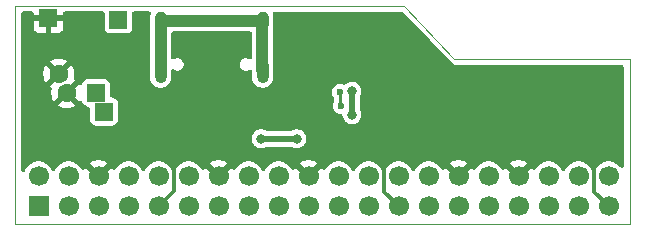
<source format=gbr>
%TF.GenerationSoftware,KiCad,Pcbnew,9.0.7-9.0.7~ubuntu24.04.1*%
%TF.CreationDate,2026-01-11T20:29:34+01:00*%
%TF.ProjectId,mfi,6d66692e-6b69-4636-9164-5f7063625858,rev?*%
%TF.SameCoordinates,Original*%
%TF.FileFunction,Copper,L2,Bot*%
%TF.FilePolarity,Positive*%
%FSLAX46Y46*%
G04 Gerber Fmt 4.6, Leading zero omitted, Abs format (unit mm)*
G04 Created by KiCad (PCBNEW 9.0.7-9.0.7~ubuntu24.04.1) date 2026-01-11 20:29:34*
%MOMM*%
%LPD*%
G01*
G04 APERTURE LIST*
G04 Aperture macros list*
%AMRoundRect*
0 Rectangle with rounded corners*
0 $1 Rounding radius*
0 $2 $3 $4 $5 $6 $7 $8 $9 X,Y pos of 4 corners*
0 Add a 4 corners polygon primitive as box body*
4,1,4,$2,$3,$4,$5,$6,$7,$8,$9,$2,$3,0*
0 Add four circle primitives for the rounded corners*
1,1,$1+$1,$2,$3*
1,1,$1+$1,$4,$5*
1,1,$1+$1,$6,$7*
1,1,$1+$1,$8,$9*
0 Add four rect primitives between the rounded corners*
20,1,$1+$1,$2,$3,$4,$5,0*
20,1,$1+$1,$4,$5,$6,$7,0*
20,1,$1+$1,$6,$7,$8,$9,0*
20,1,$1+$1,$8,$9,$2,$3,0*%
G04 Aperture macros list end*
%TA.AperFunction,ComponentPad*%
%ADD10RoundRect,0.250000X0.550000X0.550000X-0.550000X0.550000X-0.550000X-0.550000X0.550000X-0.550000X0*%
%TD*%
%TA.AperFunction,ComponentPad*%
%ADD11C,1.600000*%
%TD*%
%TA.AperFunction,ComponentPad*%
%ADD12R,1.700000X1.700000*%
%TD*%
%TA.AperFunction,ComponentPad*%
%ADD13C,1.700000*%
%TD*%
%TA.AperFunction,ComponentPad*%
%ADD14R,1.500000X1.500000*%
%TD*%
%TA.AperFunction,ComponentPad*%
%ADD15O,1.000000X2.100000*%
%TD*%
%TA.AperFunction,ComponentPad*%
%ADD16O,1.000000X1.600000*%
%TD*%
%TA.AperFunction,ViaPad*%
%ADD17C,0.600000*%
%TD*%
%TA.AperFunction,ViaPad*%
%ADD18C,0.800000*%
%TD*%
%TA.AperFunction,Conductor*%
%ADD19C,0.250000*%
%TD*%
%TA.AperFunction,Conductor*%
%ADD20C,0.300000*%
%TD*%
%TA.AperFunction,Conductor*%
%ADD21C,0.500000*%
%TD*%
%TA.AperFunction,Conductor*%
%ADD22C,1.000000*%
%TD*%
%TA.AperFunction,Profile*%
%ADD23C,0.010000*%
%TD*%
G04 APERTURE END LIST*
D10*
%TO.P,C3,1*%
%TO.N,+5V*%
X107500000Y-120450000D03*
X106829063Y-118850000D03*
D11*
%TO.P,C3,2*%
%TO.N,GND*%
X104329063Y-118850000D03*
X103658126Y-117250000D03*
%TD*%
D12*
%TO.P,J1,1,3.3V*%
%TO.N,+3.3V*%
X101960000Y-128450000D03*
D13*
%TO.P,J1,2,5V*%
%TO.N,+5V*%
X101960000Y-125910000D03*
%TO.P,J1,3,BCM2_SDA*%
%TO.N,/SDA*%
X104500000Y-128450000D03*
%TO.P,J1,4,5V*%
%TO.N,+5V*%
X104500000Y-125910000D03*
%TO.P,J1,5,BCM3_SCL*%
%TO.N,/SCL*%
X107040000Y-128450000D03*
%TO.P,J1,6,GND*%
%TO.N,GND*%
X107040000Y-125910000D03*
%TO.P,J1,7,BCM4_GPCLK0*%
%TO.N,unconnected-(J1-BCM4_GPCLK0-Pad7)*%
X109580000Y-128450000D03*
%TO.P,J1,8,BCM14_TXD*%
%TO.N,unconnected-(J1-BCM14_TXD-Pad8)*%
X109580000Y-125910000D03*
%TO.P,J1,9,GND*%
%TO.N,GND*%
X112120000Y-128450000D03*
%TO.P,J1,10,BCM15_RXD*%
%TO.N,unconnected-(J1-BCM15_RXD-Pad10)*%
X112120000Y-125910000D03*
%TO.P,J1,11,BCM17*%
%TO.N,unconnected-(J1-BCM17-Pad11)*%
X114660000Y-128450000D03*
%TO.P,J1,12,BCM18_PCM_C*%
%TO.N,unconnected-(J1-BCM18_PCM_C-Pad12)*%
X114660000Y-125910000D03*
%TO.P,J1,13,BCM27*%
%TO.N,unconnected-(J1-BCM27-Pad13)*%
X117200000Y-128450000D03*
%TO.P,J1,14,GND*%
%TO.N,GND*%
X117200000Y-125910000D03*
%TO.P,J1,15,BCM22*%
%TO.N,unconnected-(J1-BCM22-Pad15)*%
X119740000Y-128450000D03*
%TO.P,J1,16,BCM23*%
%TO.N,unconnected-(J1-BCM23-Pad16)*%
X119740000Y-125910000D03*
%TO.P,J1,17,3.3V*%
%TO.N,unconnected-(J1-3.3V-Pad17)*%
X122280000Y-128450000D03*
%TO.P,J1,18,BCM24*%
%TO.N,unconnected-(J1-BCM24-Pad18)*%
X122280000Y-125910000D03*
%TO.P,J1,19,BCM10_MOSI*%
%TO.N,unconnected-(J1-BCM10_MOSI-Pad19)*%
X124820000Y-128450000D03*
%TO.P,J1,20,GND*%
%TO.N,GND*%
X124820000Y-125910000D03*
%TO.P,J1,21,BCM9_MISO*%
%TO.N,unconnected-(J1-BCM9_MISO-Pad21)*%
X127360000Y-128450000D03*
%TO.P,J1,22,BCM25*%
%TO.N,unconnected-(J1-BCM25-Pad22)*%
X127360000Y-125910000D03*
%TO.P,J1,23,BCM11_SCLK*%
%TO.N,unconnected-(J1-BCM11_SCLK-Pad23)*%
X129900000Y-128450000D03*
%TO.P,J1,24,BCM8_CE0*%
%TO.N,unconnected-(J1-BCM8_CE0-Pad24)*%
X129900000Y-125910000D03*
%TO.P,J1,25,GND*%
%TO.N,GND*%
X132440000Y-128450000D03*
%TO.P,J1,26,BCM7_CE1*%
%TO.N,unconnected-(J1-BCM7_CE1-Pad26)*%
X132440000Y-125910000D03*
%TO.P,J1,27,BCM0_ID_SD*%
%TO.N,unconnected-(J1-BCM0_ID_SD-Pad27)*%
X134980000Y-128450000D03*
%TO.P,J1,28,BCM1_ID_SC*%
%TO.N,unconnected-(J1-BCM1_ID_SC-Pad28)*%
X134980000Y-125910000D03*
%TO.P,J1,29,BCM5*%
%TO.N,unconnected-(J1-BCM5-Pad29)*%
X137520000Y-128450000D03*
%TO.P,J1,30,GND*%
%TO.N,GND*%
X137520000Y-125910000D03*
%TO.P,J1,31,BCM6*%
%TO.N,unconnected-(J1-BCM6-Pad31)*%
X140060000Y-128450000D03*
%TO.P,J1,32,BCM12_PWM0*%
%TO.N,unconnected-(J1-BCM12_PWM0-Pad32)*%
X140060000Y-125910000D03*
%TO.P,J1,33,BCM13_PWM1*%
%TO.N,unconnected-(J1-BCM13_PWM1-Pad33)*%
X142600000Y-128450000D03*
%TO.P,J1,34,GND*%
%TO.N,GND*%
X142600000Y-125910000D03*
%TO.P,J1,35,BCM19_MISO_PCM_FS*%
%TO.N,unconnected-(J1-BCM19_MISO_PCM_FS-Pad35)*%
X145140000Y-128450000D03*
%TO.P,J1,36,BCM16*%
%TO.N,unconnected-(J1-BCM16-Pad36)*%
X145140000Y-125910000D03*
%TO.P,J1,37,BCM26*%
%TO.N,unconnected-(J1-BCM26-Pad37)*%
X147680000Y-128450000D03*
%TO.P,J1,38,BCM20_MOSI_PCM_DI*%
%TO.N,unconnected-(J1-BCM20_MOSI_PCM_DI-Pad38)*%
X147680000Y-125910000D03*
%TO.P,J1,39,GND*%
%TO.N,GND*%
X150220000Y-128450000D03*
%TO.P,J1,40,BCM21_SCLK_PCM_DO*%
%TO.N,unconnected-(J1-BCM21_SCLK_PCM_DO-Pad40)*%
X150220000Y-125910000D03*
%TD*%
D14*
%TO.P,TP2,1,1*%
%TO.N,+5V*%
X108700000Y-112650000D03*
%TD*%
%TO.P,TP4,1,1*%
%TO.N,GND*%
X102800000Y-112550000D03*
%TD*%
D15*
%TO.P,J4,S1,SHIELD*%
%TO.N,Net-(J4-SHIELD)*%
X120930000Y-116980000D03*
D16*
X120930000Y-112800000D03*
D15*
X112290000Y-116980000D03*
D16*
X112290000Y-112800000D03*
%TD*%
D17*
%TO.N,/SCL*%
X127600000Y-119960500D03*
X127500000Y-118800000D03*
D18*
%TO.N,+3.3V*%
X128500000Y-120700000D03*
X128500000Y-118700000D03*
%TO.N,GND*%
X126100000Y-113300000D03*
X134100000Y-122750000D03*
X124000000Y-114450000D03*
X113210000Y-119450000D03*
X129400000Y-121550000D03*
X116460000Y-121900000D03*
X121200000Y-120150000D03*
X120810000Y-118900000D03*
%TO.N,+3.3V*%
X120800000Y-122750000D03*
X123800000Y-122750000D03*
%TD*%
D19*
%TO.N,/SCL*%
X127500000Y-118800000D02*
X127500000Y-119860500D01*
D20*
X127500000Y-119860500D02*
X127600000Y-119960500D01*
D21*
%TO.N,+3.3V*%
X128500000Y-120700000D02*
X128500000Y-118700000D01*
D20*
%TO.N,GND*%
X113400000Y-127170000D02*
X113400000Y-125050000D01*
X131200000Y-127210000D02*
X131200000Y-124850000D01*
X112120000Y-128450000D02*
X113400000Y-127170000D01*
X149000000Y-127230000D02*
X149000000Y-124750000D01*
X132440000Y-128450000D02*
X131200000Y-127210000D01*
X150220000Y-128450000D02*
X149000000Y-127230000D01*
D21*
%TO.N,+3.3V*%
X120800000Y-122750000D02*
X123800000Y-122750000D01*
D22*
%TO.N,Net-(J4-SHIELD)*%
X120910000Y-116940000D02*
X120910000Y-112760000D01*
X112310000Y-116440000D02*
X112310000Y-112860000D01*
X120930000Y-112750000D02*
X112290000Y-112750000D01*
%TD*%
%TA.AperFunction,Conductor*%
%TO.N,GND*%
G36*
X101401235Y-111951395D02*
G01*
X101475700Y-111971472D01*
X101530153Y-112026094D01*
X101550000Y-112100394D01*
X101550000Y-112300000D01*
X102555025Y-112300000D01*
X102519930Y-112335095D01*
X102473852Y-112414905D01*
X102450000Y-112503922D01*
X102450000Y-112596078D01*
X102473852Y-112685095D01*
X102519930Y-112764905D01*
X102585095Y-112830070D01*
X102664905Y-112876148D01*
X102753922Y-112900000D01*
X102846078Y-112900000D01*
X102935095Y-112876148D01*
X103014905Y-112830070D01*
X103080070Y-112764905D01*
X103126148Y-112685095D01*
X103150000Y-112596078D01*
X103150000Y-112503922D01*
X103126148Y-112414905D01*
X103080070Y-112335095D01*
X103044975Y-112300000D01*
X104050000Y-112300000D01*
X104050000Y-112104725D01*
X104069962Y-112030225D01*
X104124500Y-111975687D01*
X104198996Y-111955726D01*
X107400735Y-111960682D01*
X107475200Y-111980759D01*
X107529653Y-112035381D01*
X107549500Y-112109681D01*
X107549500Y-113431518D01*
X107564354Y-113525304D01*
X107621950Y-113638342D01*
X107711658Y-113728050D01*
X107824696Y-113785646D01*
X107918481Y-113800500D01*
X109481518Y-113800499D01*
X109575304Y-113785646D01*
X109688342Y-113728050D01*
X109778050Y-113638342D01*
X109835646Y-113525304D01*
X109850500Y-113431519D01*
X109850499Y-112113704D01*
X109870461Y-112039205D01*
X109924999Y-111984667D01*
X109999498Y-111964705D01*
X111313429Y-111966739D01*
X111387895Y-111986816D01*
X111442348Y-112041438D01*
X111462195Y-112115969D01*
X111450854Y-112172755D01*
X111424106Y-112237332D01*
X111424105Y-112237336D01*
X111389500Y-112411308D01*
X111389500Y-113188689D01*
X111406637Y-113274843D01*
X111409500Y-113303912D01*
X111409500Y-116226087D01*
X111406637Y-116255155D01*
X111389500Y-116341308D01*
X111389500Y-117618691D01*
X111424105Y-117792663D01*
X111424106Y-117792667D01*
X111491986Y-117956546D01*
X111491987Y-117956548D01*
X111590533Y-118104031D01*
X111590536Y-118104035D01*
X111715965Y-118229464D01*
X111715968Y-118229466D01*
X111863451Y-118328012D01*
X111863453Y-118328013D01*
X112027334Y-118395894D01*
X112201309Y-118430500D01*
X112378691Y-118430500D01*
X112552666Y-118395894D01*
X112716547Y-118328013D01*
X112864035Y-118229464D01*
X112989464Y-118104035D01*
X113088013Y-117956547D01*
X113155894Y-117792666D01*
X113190500Y-117618691D01*
X113190500Y-117009164D01*
X113210462Y-116934664D01*
X113265000Y-116880126D01*
X113339500Y-116860164D01*
X113413998Y-116880125D01*
X113517164Y-116939688D01*
X113650817Y-116975500D01*
X113789183Y-116975500D01*
X113922836Y-116939688D01*
X114042665Y-116870505D01*
X114140505Y-116772665D01*
X114209688Y-116652836D01*
X114245500Y-116519183D01*
X114245500Y-116380817D01*
X114209688Y-116247164D01*
X114140505Y-116127335D01*
X114042665Y-116029495D01*
X113922836Y-115960312D01*
X113789183Y-115924500D01*
X113650817Y-115924500D01*
X113517160Y-115960313D01*
X113433999Y-116008326D01*
X113359499Y-116028288D01*
X113284999Y-116008325D01*
X113230462Y-115953787D01*
X113210500Y-115879288D01*
X113210500Y-113799500D01*
X113230462Y-113725000D01*
X113285000Y-113670462D01*
X113359500Y-113650500D01*
X119860500Y-113650500D01*
X119935000Y-113670462D01*
X119989538Y-113725000D01*
X120009500Y-113799500D01*
X120009500Y-115879288D01*
X119989538Y-115953788D01*
X119935000Y-116008326D01*
X119860500Y-116028288D01*
X119786001Y-116008326D01*
X119702839Y-115960313D01*
X119702836Y-115960312D01*
X119569183Y-115924500D01*
X119430817Y-115924500D01*
X119297164Y-115960312D01*
X119297162Y-115960312D01*
X119297162Y-115960313D01*
X119177334Y-116029495D01*
X119079495Y-116127334D01*
X119010313Y-116247162D01*
X118974500Y-116380815D01*
X118974500Y-116519184D01*
X118975811Y-116524077D01*
X119010312Y-116652836D01*
X119079495Y-116772665D01*
X119177335Y-116870505D01*
X119297164Y-116939688D01*
X119430817Y-116975500D01*
X119569183Y-116975500D01*
X119702836Y-116939688D01*
X119786001Y-116891672D01*
X119860500Y-116871711D01*
X119935000Y-116891673D01*
X119989538Y-116946211D01*
X120007575Y-116996835D01*
X120009500Y-117008693D01*
X120009500Y-117028691D01*
X120027154Y-117117444D01*
X120027575Y-117120036D01*
X120027358Y-117122171D01*
X120029500Y-117143912D01*
X120029500Y-117618691D01*
X120064105Y-117792663D01*
X120064106Y-117792667D01*
X120131986Y-117956546D01*
X120131987Y-117956548D01*
X120230533Y-118104031D01*
X120230536Y-118104035D01*
X120355965Y-118229464D01*
X120355968Y-118229466D01*
X120503451Y-118328012D01*
X120503453Y-118328013D01*
X120667334Y-118395894D01*
X120841309Y-118430500D01*
X121018691Y-118430500D01*
X121192666Y-118395894D01*
X121356547Y-118328013D01*
X121504035Y-118229464D01*
X121629464Y-118104035D01*
X121728013Y-117956547D01*
X121795894Y-117792666D01*
X121830500Y-117618691D01*
X121830500Y-116341309D01*
X121813363Y-116255155D01*
X121810500Y-116226087D01*
X121810500Y-113303912D01*
X121813363Y-113274843D01*
X121830500Y-113188689D01*
X121830500Y-112411308D01*
X121795894Y-112237336D01*
X121795894Y-112237334D01*
X121775941Y-112189164D01*
X121765875Y-112112699D01*
X121795390Y-112041442D01*
X121856580Y-111994489D01*
X121913824Y-111983148D01*
X132736427Y-111999901D01*
X132810894Y-112019979D01*
X132843920Y-112045963D01*
X133026784Y-112237332D01*
X137100000Y-116500000D01*
X151351000Y-116500000D01*
X151425500Y-116519962D01*
X151480038Y-116574500D01*
X151500000Y-116649000D01*
X151500000Y-125085716D01*
X151480038Y-125160216D01*
X151425500Y-125214754D01*
X151351000Y-125234716D01*
X151276500Y-125214754D01*
X151230457Y-125173297D01*
X151220953Y-125160216D01*
X151173828Y-125095354D01*
X151034646Y-124956172D01*
X150875405Y-124840476D01*
X150785619Y-124794728D01*
X150700036Y-124751121D01*
X150700030Y-124751119D01*
X150700025Y-124751116D01*
X150512826Y-124690291D01*
X150318417Y-124659500D01*
X150121583Y-124659500D01*
X149927174Y-124690291D01*
X149739975Y-124751116D01*
X149739972Y-124751117D01*
X149739963Y-124751121D01*
X149564598Y-124840474D01*
X149564593Y-124840477D01*
X149405363Y-124956165D01*
X149405352Y-124956174D01*
X149266174Y-125095352D01*
X149266165Y-125095363D01*
X149150477Y-125254593D01*
X149150474Y-125254598D01*
X149082760Y-125387495D01*
X149031151Y-125444813D01*
X148957798Y-125468647D01*
X148882356Y-125452611D01*
X148825038Y-125401002D01*
X148817240Y-125387495D01*
X148768285Y-125291416D01*
X148749524Y-125254595D01*
X148633828Y-125095354D01*
X148494646Y-124956172D01*
X148335405Y-124840476D01*
X148245619Y-124794728D01*
X148160036Y-124751121D01*
X148160030Y-124751119D01*
X148160025Y-124751116D01*
X147972826Y-124690291D01*
X147778417Y-124659500D01*
X147581583Y-124659500D01*
X147387174Y-124690291D01*
X147199975Y-124751116D01*
X147199972Y-124751117D01*
X147199963Y-124751121D01*
X147024598Y-124840474D01*
X147024593Y-124840477D01*
X146865363Y-124956165D01*
X146865352Y-124956174D01*
X146726174Y-125095352D01*
X146726165Y-125095363D01*
X146610477Y-125254593D01*
X146610474Y-125254598D01*
X146542760Y-125387495D01*
X146491151Y-125444813D01*
X146417798Y-125468647D01*
X146342356Y-125452611D01*
X146285038Y-125401002D01*
X146277240Y-125387495D01*
X146228285Y-125291416D01*
X146209524Y-125254595D01*
X146093828Y-125095354D01*
X145954646Y-124956172D01*
X145795405Y-124840476D01*
X145705619Y-124794728D01*
X145620036Y-124751121D01*
X145620030Y-124751119D01*
X145620025Y-124751116D01*
X145432826Y-124690291D01*
X145238417Y-124659500D01*
X145041583Y-124659500D01*
X144847174Y-124690291D01*
X144659975Y-124751116D01*
X144659972Y-124751117D01*
X144659963Y-124751121D01*
X144484598Y-124840474D01*
X144484593Y-124840477D01*
X144325363Y-124956165D01*
X144325352Y-124956174D01*
X144186174Y-125095352D01*
X144186165Y-125095363D01*
X144070477Y-125254593D01*
X144070476Y-125254594D01*
X144058594Y-125277914D01*
X144006984Y-125335231D01*
X143933630Y-125359063D01*
X143858188Y-125343026D01*
X143800871Y-125291416D01*
X143793075Y-125277912D01*
X143754621Y-125202444D01*
X143715270Y-125148282D01*
X143082962Y-125780589D01*
X143065925Y-125717007D01*
X143000099Y-125602993D01*
X142907007Y-125509901D01*
X142792993Y-125444075D01*
X142729407Y-125427037D01*
X143361716Y-124794729D01*
X143361716Y-124794728D01*
X143307555Y-124755378D01*
X143307555Y-124755377D01*
X143118220Y-124658906D01*
X142916128Y-124593242D01*
X142706242Y-124560000D01*
X142493758Y-124560000D01*
X142283871Y-124593242D01*
X142081779Y-124658906D01*
X141892444Y-124755378D01*
X141838282Y-124794728D01*
X141838282Y-124794729D01*
X142470590Y-125427037D01*
X142407007Y-125444075D01*
X142292993Y-125509901D01*
X142199901Y-125602993D01*
X142134075Y-125717007D01*
X142117037Y-125780590D01*
X141484729Y-125148282D01*
X141484728Y-125148282D01*
X141445378Y-125202444D01*
X141406923Y-125277914D01*
X141355313Y-125335230D01*
X141281960Y-125359063D01*
X141206517Y-125343026D01*
X141149201Y-125291416D01*
X141141411Y-125277926D01*
X141129524Y-125254595D01*
X141013828Y-125095354D01*
X140874646Y-124956172D01*
X140715405Y-124840476D01*
X140625619Y-124794728D01*
X140540036Y-124751121D01*
X140540030Y-124751119D01*
X140540025Y-124751116D01*
X140352826Y-124690291D01*
X140158417Y-124659500D01*
X139961583Y-124659500D01*
X139767174Y-124690291D01*
X139579975Y-124751116D01*
X139579972Y-124751117D01*
X139579963Y-124751121D01*
X139404598Y-124840474D01*
X139404593Y-124840477D01*
X139245363Y-124956165D01*
X139245352Y-124956174D01*
X139106174Y-125095352D01*
X139106165Y-125095363D01*
X138990477Y-125254593D01*
X138990476Y-125254594D01*
X138978594Y-125277914D01*
X138926984Y-125335231D01*
X138853630Y-125359063D01*
X138778188Y-125343026D01*
X138720871Y-125291416D01*
X138713075Y-125277912D01*
X138674621Y-125202444D01*
X138635270Y-125148282D01*
X138002962Y-125780589D01*
X137985925Y-125717007D01*
X137920099Y-125602993D01*
X137827007Y-125509901D01*
X137712993Y-125444075D01*
X137649407Y-125427037D01*
X138281716Y-124794729D01*
X138281716Y-124794728D01*
X138227555Y-124755378D01*
X138227555Y-124755377D01*
X138038220Y-124658906D01*
X137836128Y-124593242D01*
X137626242Y-124560000D01*
X137413758Y-124560000D01*
X137203871Y-124593242D01*
X137001779Y-124658906D01*
X136812444Y-124755378D01*
X136758282Y-124794728D01*
X136758282Y-124794729D01*
X137390590Y-125427037D01*
X137327007Y-125444075D01*
X137212993Y-125509901D01*
X137119901Y-125602993D01*
X137054075Y-125717007D01*
X137037037Y-125780590D01*
X136404729Y-125148282D01*
X136404728Y-125148282D01*
X136365378Y-125202444D01*
X136326923Y-125277914D01*
X136275313Y-125335230D01*
X136201960Y-125359063D01*
X136126517Y-125343026D01*
X136069201Y-125291416D01*
X136061411Y-125277926D01*
X136049524Y-125254595D01*
X135933828Y-125095354D01*
X135794646Y-124956172D01*
X135635405Y-124840476D01*
X135545619Y-124794728D01*
X135460036Y-124751121D01*
X135460030Y-124751119D01*
X135460025Y-124751116D01*
X135272826Y-124690291D01*
X135078417Y-124659500D01*
X134881583Y-124659500D01*
X134687174Y-124690291D01*
X134499975Y-124751116D01*
X134499972Y-124751117D01*
X134499963Y-124751121D01*
X134324598Y-124840474D01*
X134324593Y-124840477D01*
X134165363Y-124956165D01*
X134165352Y-124956174D01*
X134026174Y-125095352D01*
X134026165Y-125095363D01*
X133910477Y-125254593D01*
X133910474Y-125254598D01*
X133842760Y-125387495D01*
X133791151Y-125444813D01*
X133717798Y-125468647D01*
X133642356Y-125452611D01*
X133585038Y-125401002D01*
X133577240Y-125387495D01*
X133528285Y-125291416D01*
X133509524Y-125254595D01*
X133393828Y-125095354D01*
X133254646Y-124956172D01*
X133095405Y-124840476D01*
X133005619Y-124794728D01*
X132920036Y-124751121D01*
X132920030Y-124751119D01*
X132920025Y-124751116D01*
X132732826Y-124690291D01*
X132538417Y-124659500D01*
X132341583Y-124659500D01*
X132147174Y-124690291D01*
X131959975Y-124751116D01*
X131959972Y-124751117D01*
X131959963Y-124751121D01*
X131784598Y-124840474D01*
X131784593Y-124840477D01*
X131625363Y-124956165D01*
X131625352Y-124956174D01*
X131486174Y-125095352D01*
X131486165Y-125095363D01*
X131370477Y-125254593D01*
X131370474Y-125254598D01*
X131302760Y-125387495D01*
X131251151Y-125444813D01*
X131177798Y-125468647D01*
X131102356Y-125452611D01*
X131045038Y-125401002D01*
X131037240Y-125387495D01*
X130988285Y-125291416D01*
X130969524Y-125254595D01*
X130853828Y-125095354D01*
X130714646Y-124956172D01*
X130555405Y-124840476D01*
X130465619Y-124794728D01*
X130380036Y-124751121D01*
X130380030Y-124751119D01*
X130380025Y-124751116D01*
X130192826Y-124690291D01*
X129998417Y-124659500D01*
X129801583Y-124659500D01*
X129607174Y-124690291D01*
X129419975Y-124751116D01*
X129419972Y-124751117D01*
X129419963Y-124751121D01*
X129244598Y-124840474D01*
X129244593Y-124840477D01*
X129085363Y-124956165D01*
X129085352Y-124956174D01*
X128946174Y-125095352D01*
X128946165Y-125095363D01*
X128830477Y-125254593D01*
X128830474Y-125254598D01*
X128762760Y-125387495D01*
X128711151Y-125444813D01*
X128637798Y-125468647D01*
X128562356Y-125452611D01*
X128505038Y-125401002D01*
X128497240Y-125387495D01*
X128448285Y-125291416D01*
X128429524Y-125254595D01*
X128313828Y-125095354D01*
X128174646Y-124956172D01*
X128015405Y-124840476D01*
X127925619Y-124794728D01*
X127840036Y-124751121D01*
X127840030Y-124751119D01*
X127840025Y-124751116D01*
X127652826Y-124690291D01*
X127458417Y-124659500D01*
X127261583Y-124659500D01*
X127067174Y-124690291D01*
X126879975Y-124751116D01*
X126879972Y-124751117D01*
X126879963Y-124751121D01*
X126704598Y-124840474D01*
X126704593Y-124840477D01*
X126545363Y-124956165D01*
X126545352Y-124956174D01*
X126406174Y-125095352D01*
X126406165Y-125095363D01*
X126290477Y-125254593D01*
X126290476Y-125254594D01*
X126278594Y-125277914D01*
X126226984Y-125335231D01*
X126153630Y-125359063D01*
X126078188Y-125343026D01*
X126020871Y-125291416D01*
X126013075Y-125277912D01*
X125974621Y-125202444D01*
X125935270Y-125148282D01*
X125302962Y-125780589D01*
X125285925Y-125717007D01*
X125220099Y-125602993D01*
X125127007Y-125509901D01*
X125012993Y-125444075D01*
X124949407Y-125427037D01*
X125581716Y-124794729D01*
X125581716Y-124794728D01*
X125527555Y-124755378D01*
X125527555Y-124755377D01*
X125338220Y-124658906D01*
X125136128Y-124593242D01*
X124926242Y-124560000D01*
X124713758Y-124560000D01*
X124503871Y-124593242D01*
X124301779Y-124658906D01*
X124112444Y-124755378D01*
X124058282Y-124794728D01*
X124058282Y-124794729D01*
X124690590Y-125427037D01*
X124627007Y-125444075D01*
X124512993Y-125509901D01*
X124419901Y-125602993D01*
X124354075Y-125717007D01*
X124337037Y-125780590D01*
X123704729Y-125148282D01*
X123704728Y-125148282D01*
X123665378Y-125202444D01*
X123626923Y-125277914D01*
X123575313Y-125335230D01*
X123501960Y-125359063D01*
X123426517Y-125343026D01*
X123369201Y-125291416D01*
X123361411Y-125277926D01*
X123349524Y-125254595D01*
X123233828Y-125095354D01*
X123094646Y-124956172D01*
X122935405Y-124840476D01*
X122845619Y-124794728D01*
X122760036Y-124751121D01*
X122760030Y-124751119D01*
X122760025Y-124751116D01*
X122572826Y-124690291D01*
X122378417Y-124659500D01*
X122181583Y-124659500D01*
X121987174Y-124690291D01*
X121799975Y-124751116D01*
X121799972Y-124751117D01*
X121799963Y-124751121D01*
X121624598Y-124840474D01*
X121624593Y-124840477D01*
X121465363Y-124956165D01*
X121465352Y-124956174D01*
X121326174Y-125095352D01*
X121326165Y-125095363D01*
X121210477Y-125254593D01*
X121210474Y-125254598D01*
X121142760Y-125387495D01*
X121091151Y-125444813D01*
X121017798Y-125468647D01*
X120942356Y-125452611D01*
X120885038Y-125401002D01*
X120877240Y-125387495D01*
X120828285Y-125291416D01*
X120809524Y-125254595D01*
X120693828Y-125095354D01*
X120554646Y-124956172D01*
X120395405Y-124840476D01*
X120305619Y-124794728D01*
X120220036Y-124751121D01*
X120220030Y-124751119D01*
X120220025Y-124751116D01*
X120032826Y-124690291D01*
X119838417Y-124659500D01*
X119641583Y-124659500D01*
X119447174Y-124690291D01*
X119259975Y-124751116D01*
X119259972Y-124751117D01*
X119259963Y-124751121D01*
X119084598Y-124840474D01*
X119084593Y-124840477D01*
X118925363Y-124956165D01*
X118925352Y-124956174D01*
X118786174Y-125095352D01*
X118786165Y-125095363D01*
X118670477Y-125254593D01*
X118670476Y-125254594D01*
X118658594Y-125277914D01*
X118606984Y-125335231D01*
X118533630Y-125359063D01*
X118458188Y-125343026D01*
X118400871Y-125291416D01*
X118393075Y-125277912D01*
X118354621Y-125202444D01*
X118315270Y-125148282D01*
X117682962Y-125780589D01*
X117665925Y-125717007D01*
X117600099Y-125602993D01*
X117507007Y-125509901D01*
X117392993Y-125444075D01*
X117329407Y-125427037D01*
X117961716Y-124794729D01*
X117961716Y-124794728D01*
X117907555Y-124755378D01*
X117907555Y-124755377D01*
X117718220Y-124658906D01*
X117516128Y-124593242D01*
X117306242Y-124560000D01*
X117093758Y-124560000D01*
X116883871Y-124593242D01*
X116681779Y-124658906D01*
X116492444Y-124755378D01*
X116438282Y-124794728D01*
X116438282Y-124794729D01*
X117070590Y-125427037D01*
X117007007Y-125444075D01*
X116892993Y-125509901D01*
X116799901Y-125602993D01*
X116734075Y-125717007D01*
X116717037Y-125780590D01*
X116084729Y-125148282D01*
X116084728Y-125148282D01*
X116045378Y-125202444D01*
X116006923Y-125277914D01*
X115955313Y-125335230D01*
X115881960Y-125359063D01*
X115806517Y-125343026D01*
X115749201Y-125291416D01*
X115741411Y-125277926D01*
X115729524Y-125254595D01*
X115613828Y-125095354D01*
X115474646Y-124956172D01*
X115315405Y-124840476D01*
X115225619Y-124794728D01*
X115140036Y-124751121D01*
X115140030Y-124751119D01*
X115140025Y-124751116D01*
X114952826Y-124690291D01*
X114758417Y-124659500D01*
X114561583Y-124659500D01*
X114367174Y-124690291D01*
X114179975Y-124751116D01*
X114179972Y-124751117D01*
X114179963Y-124751121D01*
X114004598Y-124840474D01*
X114004593Y-124840477D01*
X113845363Y-124956165D01*
X113845352Y-124956174D01*
X113706174Y-125095352D01*
X113706165Y-125095363D01*
X113590477Y-125254593D01*
X113590474Y-125254598D01*
X113522760Y-125387495D01*
X113471151Y-125444813D01*
X113397798Y-125468647D01*
X113322356Y-125452611D01*
X113265038Y-125401002D01*
X113257240Y-125387495D01*
X113208285Y-125291416D01*
X113189524Y-125254595D01*
X113073828Y-125095354D01*
X112934646Y-124956172D01*
X112775405Y-124840476D01*
X112685619Y-124794728D01*
X112600036Y-124751121D01*
X112600030Y-124751119D01*
X112600025Y-124751116D01*
X112412826Y-124690291D01*
X112218417Y-124659500D01*
X112021583Y-124659500D01*
X111827174Y-124690291D01*
X111639975Y-124751116D01*
X111639972Y-124751117D01*
X111639963Y-124751121D01*
X111464598Y-124840474D01*
X111464593Y-124840477D01*
X111305363Y-124956165D01*
X111305352Y-124956174D01*
X111166174Y-125095352D01*
X111166165Y-125095363D01*
X111050477Y-125254593D01*
X111050474Y-125254598D01*
X110982760Y-125387495D01*
X110931151Y-125444813D01*
X110857798Y-125468647D01*
X110782356Y-125452611D01*
X110725038Y-125401002D01*
X110717240Y-125387495D01*
X110668285Y-125291416D01*
X110649524Y-125254595D01*
X110533828Y-125095354D01*
X110394646Y-124956172D01*
X110235405Y-124840476D01*
X110145619Y-124794728D01*
X110060036Y-124751121D01*
X110060030Y-124751119D01*
X110060025Y-124751116D01*
X109872826Y-124690291D01*
X109678417Y-124659500D01*
X109481583Y-124659500D01*
X109287174Y-124690291D01*
X109099975Y-124751116D01*
X109099972Y-124751117D01*
X109099963Y-124751121D01*
X108924598Y-124840474D01*
X108924593Y-124840477D01*
X108765363Y-124956165D01*
X108765352Y-124956174D01*
X108626174Y-125095352D01*
X108626165Y-125095363D01*
X108510477Y-125254593D01*
X108510476Y-125254594D01*
X108498594Y-125277914D01*
X108446984Y-125335231D01*
X108373630Y-125359063D01*
X108298188Y-125343026D01*
X108240871Y-125291416D01*
X108233075Y-125277912D01*
X108194621Y-125202444D01*
X108155270Y-125148282D01*
X107522962Y-125780589D01*
X107505925Y-125717007D01*
X107440099Y-125602993D01*
X107347007Y-125509901D01*
X107232993Y-125444075D01*
X107169407Y-125427037D01*
X107801716Y-124794729D01*
X107801716Y-124794728D01*
X107747555Y-124755378D01*
X107747555Y-124755377D01*
X107558220Y-124658906D01*
X107356128Y-124593242D01*
X107146242Y-124560000D01*
X106933758Y-124560000D01*
X106723871Y-124593242D01*
X106521779Y-124658906D01*
X106332444Y-124755378D01*
X106278282Y-124794728D01*
X106278282Y-124794729D01*
X106910590Y-125427037D01*
X106847007Y-125444075D01*
X106732993Y-125509901D01*
X106639901Y-125602993D01*
X106574075Y-125717007D01*
X106557037Y-125780590D01*
X105924729Y-125148282D01*
X105924728Y-125148282D01*
X105885378Y-125202444D01*
X105846923Y-125277914D01*
X105795313Y-125335230D01*
X105721960Y-125359063D01*
X105646517Y-125343026D01*
X105589201Y-125291416D01*
X105581411Y-125277926D01*
X105569524Y-125254595D01*
X105453828Y-125095354D01*
X105314646Y-124956172D01*
X105155405Y-124840476D01*
X105065619Y-124794728D01*
X104980036Y-124751121D01*
X104980030Y-124751119D01*
X104980025Y-124751116D01*
X104792826Y-124690291D01*
X104598417Y-124659500D01*
X104401583Y-124659500D01*
X104207174Y-124690291D01*
X104019975Y-124751116D01*
X104019972Y-124751117D01*
X104019963Y-124751121D01*
X103844598Y-124840474D01*
X103844593Y-124840477D01*
X103685363Y-124956165D01*
X103685352Y-124956174D01*
X103546174Y-125095352D01*
X103546165Y-125095363D01*
X103430477Y-125254593D01*
X103430474Y-125254598D01*
X103362760Y-125387495D01*
X103311151Y-125444813D01*
X103237798Y-125468647D01*
X103162356Y-125452611D01*
X103105038Y-125401002D01*
X103097240Y-125387495D01*
X103048285Y-125291416D01*
X103029524Y-125254595D01*
X102913828Y-125095354D01*
X102774646Y-124956172D01*
X102615405Y-124840476D01*
X102525619Y-124794728D01*
X102440036Y-124751121D01*
X102440030Y-124751119D01*
X102440025Y-124751116D01*
X102252826Y-124690291D01*
X102058417Y-124659500D01*
X101861583Y-124659500D01*
X101667174Y-124690291D01*
X101479975Y-124751116D01*
X101479972Y-124751117D01*
X101479963Y-124751121D01*
X101304598Y-124840474D01*
X101304593Y-124840477D01*
X101145363Y-124956165D01*
X101145352Y-124956174D01*
X101006174Y-125095352D01*
X101006165Y-125095363D01*
X100890477Y-125254593D01*
X100890474Y-125254598D01*
X100801121Y-125429963D01*
X100801115Y-125429978D01*
X100790707Y-125462011D01*
X100748699Y-125526695D01*
X100679978Y-125561710D01*
X100602955Y-125557673D01*
X100538271Y-125515665D01*
X100503256Y-125446944D01*
X100500000Y-125415966D01*
X100500000Y-122671157D01*
X119999500Y-122671157D01*
X119999500Y-122828842D01*
X120030262Y-122983494D01*
X120030263Y-122983498D01*
X120090604Y-123129176D01*
X120090605Y-123129178D01*
X120090606Y-123129179D01*
X120178211Y-123260289D01*
X120289711Y-123371789D01*
X120420821Y-123459394D01*
X120566503Y-123519737D01*
X120721158Y-123550500D01*
X120878842Y-123550500D01*
X121033497Y-123519737D01*
X121179179Y-123459394D01*
X121229739Y-123425611D01*
X121302773Y-123400819D01*
X121312519Y-123400500D01*
X123287481Y-123400500D01*
X123361981Y-123420462D01*
X123370261Y-123425611D01*
X123420819Y-123459393D01*
X123420820Y-123459393D01*
X123420821Y-123459394D01*
X123566503Y-123519737D01*
X123721158Y-123550500D01*
X123878842Y-123550500D01*
X124033497Y-123519737D01*
X124179179Y-123459394D01*
X124310289Y-123371789D01*
X124421789Y-123260289D01*
X124509394Y-123129179D01*
X124569737Y-122983497D01*
X124600500Y-122828842D01*
X124600500Y-122671158D01*
X124569737Y-122516503D01*
X124509394Y-122370821D01*
X124421789Y-122239711D01*
X124310289Y-122128211D01*
X124179179Y-122040606D01*
X124179178Y-122040605D01*
X124179176Y-122040604D01*
X124033498Y-121980263D01*
X124033494Y-121980262D01*
X123878842Y-121949500D01*
X123721158Y-121949500D01*
X123566505Y-121980262D01*
X123566501Y-121980263D01*
X123420822Y-122040605D01*
X123420819Y-122040606D01*
X123370261Y-122074389D01*
X123297227Y-122099181D01*
X123287481Y-122099500D01*
X121312519Y-122099500D01*
X121238019Y-122079538D01*
X121229739Y-122074389D01*
X121179180Y-122040606D01*
X121179177Y-122040605D01*
X121033498Y-121980263D01*
X121033494Y-121980262D01*
X120878842Y-121949500D01*
X120721158Y-121949500D01*
X120566505Y-121980262D01*
X120566501Y-121980263D01*
X120420823Y-122040604D01*
X120289707Y-122128214D01*
X120178214Y-122239707D01*
X120090604Y-122370823D01*
X120030263Y-122516501D01*
X120030262Y-122516505D01*
X119999500Y-122671157D01*
X100500000Y-122671157D01*
X100500000Y-117147692D01*
X102358126Y-117147692D01*
X102358126Y-117352307D01*
X102390136Y-117554416D01*
X102453367Y-117749020D01*
X102453372Y-117749032D01*
X102546267Y-117931349D01*
X102546267Y-117931350D01*
X102578650Y-117975921D01*
X103258126Y-117296445D01*
X103258126Y-117302661D01*
X103285385Y-117404394D01*
X103338046Y-117495606D01*
X103412520Y-117570080D01*
X103503732Y-117622741D01*
X103605465Y-117650000D01*
X103611679Y-117650000D01*
X102967192Y-118294485D01*
X103045867Y-118421196D01*
X103056615Y-118456716D01*
X103068078Y-118491995D01*
X103067839Y-118493807D01*
X103068206Y-118495018D01*
X103067004Y-118500155D01*
X103061797Y-118539732D01*
X103062440Y-118539887D01*
X103061073Y-118545577D01*
X103029063Y-118747692D01*
X103029063Y-118952307D01*
X103061073Y-119154416D01*
X103124304Y-119349020D01*
X103124309Y-119349032D01*
X103217204Y-119531349D01*
X103217204Y-119531350D01*
X103249587Y-119575921D01*
X103929063Y-118896445D01*
X103929063Y-118902661D01*
X103956322Y-119004394D01*
X104008983Y-119095606D01*
X104083457Y-119170080D01*
X104174669Y-119222741D01*
X104276402Y-119250000D01*
X104282616Y-119250000D01*
X103603140Y-119929474D01*
X103603140Y-119929475D01*
X103647708Y-119961856D01*
X103830030Y-120054753D01*
X103830042Y-120054758D01*
X104024646Y-120117989D01*
X104226756Y-120150000D01*
X104431370Y-120150000D01*
X104633479Y-120117989D01*
X104828083Y-120054758D01*
X104828101Y-120054751D01*
X105010408Y-119961861D01*
X105010415Y-119961857D01*
X105054984Y-119929475D01*
X105054984Y-119929474D01*
X104375510Y-119250000D01*
X104381724Y-119250000D01*
X104483457Y-119222741D01*
X104574669Y-119170080D01*
X104649143Y-119095606D01*
X104701804Y-119004394D01*
X104729063Y-118902661D01*
X104729063Y-118896447D01*
X105408537Y-119575921D01*
X105411870Y-119575659D01*
X105464178Y-119533303D01*
X105540356Y-119521238D01*
X105612361Y-119548879D01*
X105660899Y-119608820D01*
X105667861Y-119627844D01*
X105677319Y-119660398D01*
X105760982Y-119801865D01*
X105877198Y-119918081D01*
X106018665Y-120001744D01*
X106176494Y-120047598D01*
X106176500Y-120047598D01*
X106177262Y-120047738D01*
X106177715Y-120047952D01*
X106183805Y-120049722D01*
X106183520Y-120050702D01*
X106246965Y-120080756D01*
X106290820Y-120144203D01*
X106299500Y-120194315D01*
X106299500Y-121065694D01*
X106301757Y-121094374D01*
X106302402Y-121102571D01*
X106329046Y-121194279D01*
X106348256Y-121260398D01*
X106431919Y-121401865D01*
X106548135Y-121518081D01*
X106689602Y-121601744D01*
X106847428Y-121647597D01*
X106847427Y-121647597D01*
X106847431Y-121647598D01*
X106884306Y-121650500D01*
X106884313Y-121650500D01*
X108115687Y-121650500D01*
X108115694Y-121650500D01*
X108152569Y-121647598D01*
X108310398Y-121601744D01*
X108451865Y-121518081D01*
X108568081Y-121401865D01*
X108651744Y-121260398D01*
X108697598Y-121102569D01*
X108700500Y-121065694D01*
X108700500Y-119834306D01*
X108697598Y-119797431D01*
X108651744Y-119639602D01*
X108568081Y-119498135D01*
X108451865Y-119381919D01*
X108310398Y-119298256D01*
X108152569Y-119252402D01*
X108152568Y-119252401D01*
X108152562Y-119252400D01*
X108151784Y-119252258D01*
X108151325Y-119252040D01*
X108145258Y-119250278D01*
X108145542Y-119249300D01*
X108082085Y-119219231D01*
X108038237Y-119155780D01*
X108029563Y-119105684D01*
X108029563Y-118731006D01*
X126799500Y-118731006D01*
X126799500Y-118868993D01*
X126826419Y-119004325D01*
X126826420Y-119004329D01*
X126879224Y-119131809D01*
X126879227Y-119131815D01*
X126949388Y-119236817D01*
X126950997Y-119241557D01*
X126954538Y-119245098D01*
X126963300Y-119277799D01*
X126974181Y-119309852D01*
X126974500Y-119319598D01*
X126974500Y-119610458D01*
X126963158Y-119667477D01*
X126926420Y-119756170D01*
X126926419Y-119756174D01*
X126899500Y-119891506D01*
X126899500Y-120029493D01*
X126926419Y-120164825D01*
X126926420Y-120164829D01*
X126979224Y-120292309D01*
X126979227Y-120292315D01*
X126998280Y-120320829D01*
X127055886Y-120407042D01*
X127153458Y-120504614D01*
X127153461Y-120504616D01*
X127268184Y-120581272D01*
X127268186Y-120581273D01*
X127268189Y-120581275D01*
X127395672Y-120634080D01*
X127531007Y-120661000D01*
X127553779Y-120661000D01*
X127628279Y-120680962D01*
X127682817Y-120735500D01*
X127699916Y-120780932D01*
X127730262Y-120933494D01*
X127730263Y-120933498D01*
X127790604Y-121079176D01*
X127790605Y-121079178D01*
X127790606Y-121079179D01*
X127878211Y-121210289D01*
X127989711Y-121321789D01*
X128120821Y-121409394D01*
X128266503Y-121469737D01*
X128421158Y-121500500D01*
X128578842Y-121500500D01*
X128733497Y-121469737D01*
X128879179Y-121409394D01*
X129010289Y-121321789D01*
X129121789Y-121210289D01*
X129209394Y-121079179D01*
X129269737Y-120933497D01*
X129300500Y-120778842D01*
X129300500Y-120621158D01*
X129269737Y-120466503D01*
X129209394Y-120320821D01*
X129209390Y-120320815D01*
X129209388Y-120320811D01*
X129175611Y-120270260D01*
X129150819Y-120197225D01*
X129150500Y-120187481D01*
X129150500Y-119212519D01*
X129170462Y-119138019D01*
X129175611Y-119129739D01*
X129209393Y-119079180D01*
X129209392Y-119079180D01*
X129209394Y-119079179D01*
X129269737Y-118933497D01*
X129300500Y-118778842D01*
X129300500Y-118621158D01*
X129297165Y-118604394D01*
X129284303Y-118539732D01*
X129269737Y-118466503D01*
X129209394Y-118320821D01*
X129121789Y-118189711D01*
X129010289Y-118078211D01*
X128879179Y-117990606D01*
X128879178Y-117990605D01*
X128879176Y-117990604D01*
X128733498Y-117930263D01*
X128733494Y-117930262D01*
X128578842Y-117899500D01*
X128421158Y-117899500D01*
X128266505Y-117930262D01*
X128266501Y-117930263D01*
X128120823Y-117990604D01*
X127989707Y-118078214D01*
X127989706Y-118078214D01*
X127942432Y-118125489D01*
X127875637Y-118164052D01*
X127798509Y-118164052D01*
X127780059Y-118157788D01*
X127704328Y-118126420D01*
X127704326Y-118126419D01*
X127704325Y-118126419D01*
X127568993Y-118099500D01*
X127431007Y-118099500D01*
X127295674Y-118126419D01*
X127295670Y-118126420D01*
X127168190Y-118179224D01*
X127168184Y-118179227D01*
X127053461Y-118255883D01*
X127053454Y-118255889D01*
X126955889Y-118353454D01*
X126955883Y-118353461D01*
X126879227Y-118468184D01*
X126879224Y-118468190D01*
X126826420Y-118595670D01*
X126826419Y-118595674D01*
X126799500Y-118731006D01*
X108029563Y-118731006D01*
X108029563Y-118234313D01*
X108029563Y-118234306D01*
X108026661Y-118197431D01*
X107980807Y-118039602D01*
X107897144Y-117898135D01*
X107780928Y-117781919D01*
X107639461Y-117698256D01*
X107573342Y-117679046D01*
X107481634Y-117652402D01*
X107481635Y-117652402D01*
X107470569Y-117651531D01*
X107444757Y-117649500D01*
X106213369Y-117649500D01*
X106188785Y-117651434D01*
X106176491Y-117652402D01*
X106018662Y-117698257D01*
X105877199Y-117781918D01*
X105877196Y-117781920D01*
X105760983Y-117898133D01*
X105760981Y-117898136D01*
X105677319Y-118039601D01*
X105667863Y-118072148D01*
X105627907Y-118138120D01*
X105560319Y-118175276D01*
X105483208Y-118173659D01*
X105417236Y-118133703D01*
X105409233Y-118124132D01*
X105408537Y-118124077D01*
X104729063Y-118803551D01*
X104729063Y-118797339D01*
X104701804Y-118695606D01*
X104649143Y-118604394D01*
X104574669Y-118529920D01*
X104483457Y-118477259D01*
X104381724Y-118450000D01*
X104375509Y-118450000D01*
X105054984Y-117770524D01*
X105010408Y-117738137D01*
X105000260Y-117732967D01*
X104942943Y-117681357D01*
X104919109Y-117608004D01*
X104925397Y-117560260D01*
X104924750Y-117560105D01*
X104926116Y-117554415D01*
X104958126Y-117352307D01*
X104958126Y-117147692D01*
X104926115Y-116945583D01*
X104862884Y-116750979D01*
X104862879Y-116750967D01*
X104769982Y-116568645D01*
X104737600Y-116524077D01*
X104058126Y-117203553D01*
X104058126Y-117197339D01*
X104030867Y-117095606D01*
X103978206Y-117004394D01*
X103903732Y-116929920D01*
X103812520Y-116877259D01*
X103710787Y-116850000D01*
X103704572Y-116850000D01*
X104384047Y-116170524D01*
X104339476Y-116138141D01*
X104157158Y-116045246D01*
X104157146Y-116045241D01*
X103962542Y-115982010D01*
X103760433Y-115950000D01*
X103555819Y-115950000D01*
X103353709Y-115982010D01*
X103159105Y-116045241D01*
X103159087Y-116045248D01*
X102976790Y-116138132D01*
X102976777Y-116138140D01*
X102932203Y-116170523D01*
X103611680Y-116850000D01*
X103605465Y-116850000D01*
X103503732Y-116877259D01*
X103412520Y-116929920D01*
X103338046Y-117004394D01*
X103285385Y-117095606D01*
X103258126Y-117197339D01*
X103258126Y-117203554D01*
X102578649Y-116524077D01*
X102546266Y-116568651D01*
X102546258Y-116568664D01*
X102453374Y-116750961D01*
X102453367Y-116750979D01*
X102390136Y-116945583D01*
X102358126Y-117147692D01*
X100500000Y-117147692D01*
X100500000Y-113347822D01*
X101550000Y-113347822D01*
X101550001Y-113347842D01*
X101556401Y-113407377D01*
X101606645Y-113542084D01*
X101606650Y-113542094D01*
X101692809Y-113657187D01*
X101692812Y-113657190D01*
X101807905Y-113743349D01*
X101807915Y-113743354D01*
X101942623Y-113793598D01*
X101942621Y-113793598D01*
X102002157Y-113799998D01*
X102002177Y-113800000D01*
X102550000Y-113800000D01*
X103050000Y-113800000D01*
X103597823Y-113800000D01*
X103597842Y-113799998D01*
X103657377Y-113793598D01*
X103792084Y-113743354D01*
X103792094Y-113743349D01*
X103907187Y-113657190D01*
X103907190Y-113657187D01*
X103993349Y-113542094D01*
X103993354Y-113542084D01*
X104043598Y-113407377D01*
X104049998Y-113347842D01*
X104050000Y-113347822D01*
X104050000Y-112800000D01*
X103050000Y-112800000D01*
X103050000Y-113800000D01*
X102550000Y-113800000D01*
X102550000Y-112800000D01*
X101550000Y-112800000D01*
X101550000Y-113347822D01*
X100500000Y-113347822D01*
X100500000Y-112099230D01*
X100519962Y-112024730D01*
X100574500Y-111970192D01*
X100648997Y-111950230D01*
X101401235Y-111951395D01*
G37*
%TD.AperFunction*%
%TD*%
D23*
X137100000Y-116000000D02*
X152000000Y-116000000D01*
X132900000Y-111500000D02*
X137100000Y-116000000D01*
X100000000Y-130000000D02*
X152000000Y-130000000D01*
X100000000Y-111500000D02*
X132900000Y-111500000D01*
X152000000Y-116000000D02*
X152000000Y-130000000D01*
X100000000Y-111500000D02*
X100000000Y-130000000D01*
M02*

</source>
